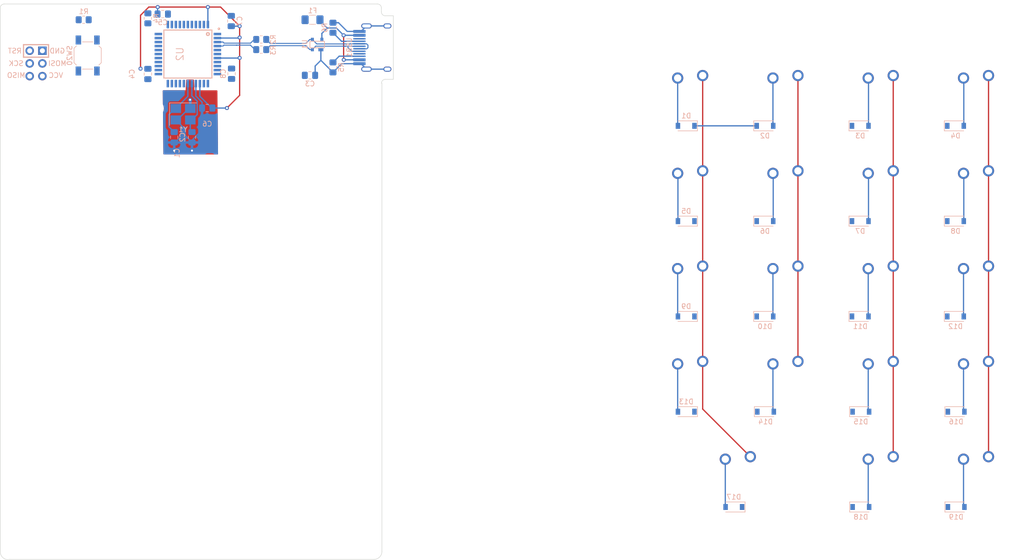
<source format=kicad_pcb>
(kicad_pcb (version 20211014) (generator pcbnew)
  (layers (0 "F.Cu" signal) (31 "B.Cu" signal) (34 "B.Paste" user) (35 "F.Paste" user) (36 "B.SilkS" user "B.Silkscreen") (37 "F.SilkS" user "F.Silkscreen") (38 "B.Mask" user) (39 "F.Mask" user) (44 "Edge.Cuts" user))
  (net 0 "")
  (net 1 "/XTAL1")
  (net 2 "GND")
  (net 3 "/XTAL2")
  (net 4 "+5V")
  (net 5 "Net-(C8-Pad1)")
  (net 6 "row0")
  (net 7 "Net-(D1-Pad2)")
  (net 8 "Net-(D2-Pad2)")
  (net 9 "Net-(D3-Pad2)")
  (net 10 "Net-(D4-Pad2)")
  (net 11 "row1")
  (net 12 "Net-(D5-Pad2)")
  (net 13 "Net-(D6-Pad2)")
  (net 14 "Net-(D7-Pad2)")
  (net 15 "Net-(D8-Pad2)")
  (net 16 "row2")
  (net 17 "Net-(D9-Pad2)")
  (net 18 "Net-(D10-Pad2)")
  (net 19 "Net-(D11-Pad2)")
  (net 20 "Net-(D12-Pad2)")
  (net 21 "row3")
  (net 22 "Net-(D13-Pad2)")
  (net 23 "Net-(D14-Pad2)")
  (net 24 "Net-(D15-Pad2)")
  (net 25 "Net-(D16-Pad2)")
  (net 26 "row4")
  (net 27 "Net-(D17-Pad2)")
  (net 28 "Net-(D18-Pad2)")
  (net 29 "Net-(D19-Pad2)")
  (net 30 "VCC")
  (net 31 "/MISO")
  (net 32 "/SCK")
  (net 33 "/MOSI")
  (net 34 "/Reset")
  (net 35 "/D-")
  (net 36 "/D+")
  (net 37 "Net-(R4-Pad1)")
  (net 38 "Net-(R5-Pad2)")
  (net 39 "Net-(R6-Pad2)")
  (net 40 "col0")
  (net 41 "col1")
  (net 42 "col2")
  (net 43 "col3")
  (net 60 "DN")
  (net 61 "DP")
  (footprint "Alps_Only:ALPS-1U" (layer "F.Cu") (at 211.74075 95.02775)
    (fp_text reference "SW11")
    (fp_text value "#6")
  )
  (footprint "Alps_Only:ALPS-1U" (layer "F.Cu") (at 211.74075 56.92775)
    (fp_text reference "SW3")
    (fp_text value "mult")
  )
  (footprint "Alps_Only:ALPS-1U" (layer "F.Cu") (at 173.64075 95.02775)
    (fp_text reference "SW9")
    (fp_text value "#4")
  )
  (footprint "Alps_Only:ALPS-1U" (layer "F.Cu") (at 230.79075 114.07775)
    (fp_text reference "SW16")
    (fp_text value "ent0")
  )
  (footprint "Alps_Only:ALPS-1U" (layer "F.Cu") (at 173.64075 56.92775)
    (fp_text reference "SW1")
    (fp_text value "num")
  )
  (footprint "Alps_Only:ALPS-1U" (layer "F.Cu") (at 192.69075 75.97775)
    (fp_text reference "SW6")
    (fp_text value "#8")
  )
  (footprint "Alps_Only:ALPS-1U" (layer "F.Cu") (at 230.79075 133.12775)
    (fp_text reference "SW19")
    (fp_text value "ent1")
  )
  (footprint "Alps_Only:ALPS-1U" (layer "F.Cu") (at 192.69075 114.07775)
    (fp_text reference "SW14")
    (fp_text value "#2")
  )
  (footprint "Alps_Only:ALPS-1U" (layer "F.Cu") (at 230.79075 56.92775)
    (fp_text reference "SW4")
    (fp_text value "min")
  )
  (footprint "Alps_Only:ALPS-1U" (layer "F.Cu") (at 192.69075 56.92775)
    (fp_text reference "SW2")
    (fp_text value "div")
  )
  (footprint "Alps_Only:ALPS-1U" (layer "F.Cu") (at 230.79075 75.97775)
    (fp_text reference "SW8")
    (fp_text value "plu0")
  )
  (footprint "Alps_Only:ALPS-1U" (layer "F.Cu") (at 211.74075 114.07775)
    (fp_text reference "SW15")
    (fp_text value "#3")
  )
  (footprint "Alps_Only:ALPS-1U" (layer "F.Cu") (at 211.74075 133.12775)
    (fp_text reference "SW18")
    (fp_text value "kom")
  )
  (footprint "Alps_Only:ALPS-1U" (layer "F.Cu") (at 211.74075 75.97775)
    (fp_text reference "SW7")
    (fp_text value "#9")
  )
  (footprint "Alps_Only:ALPS-1U" (layer "F.Cu") (at 173.64075 114.07775)
    (fp_text reference "SW13")
    (fp_text value "#1")
  )
  (footprint "Alps_Only:ALPS-1U" (layer "F.Cu") (at 173.64075 75.97775)
    (fp_text reference "SW5")
    (fp_text value "#7")
  )
  (footprint "Alps_Only:ALPS-1U" (layer "F.Cu") (at 230.79075 95.02775)
    (fp_text reference "SW12")
    (fp_text value "plu1")
  )
  (footprint "Alps_Only:ALPS-2U" (layer "F.Cu") (at 183.16575 133.12775)
    (fp_text reference "SW17")
    (fp_text value "#0")
  )
  (footprint "Alps_Only:ALPS-1U" (layer "F.Cu") (at 192.69075 95.02775)
    (fp_text reference "SW10")
    (fp_text value "#5")
  )
  (footprint "Crystal:Crystal_SMD_3225-4Pin_3.2x2.5mm_HandSoldering" (layer "B.Cu") (at 72.25425 60.15025)
    (fp_text reference "Y1")
    (fp_text value "XTAL")
  )
  (footprint "Resistor_SMD:R_0805_2012Metric_Pad1.20x1.40mm_HandSolder" (layer "B.Cu") (at 65.22475 40.98925 90)
    (fp_text reference "R4")
    (fp_text value "10k")
  )
  (footprint "Diode_SMD:D_SOD-123" (layer "B.Cu") (at 188.717 119.634)
    (fp_text reference "D14")
    (fp_text value "D")
  )
  (footprint "Resistor_SMD:R_0805_2012Metric_Pad1.20x1.40mm_HandSolder" (layer "B.Cu") (at 87.884 45.212 180)
    (fp_text reference "R2")
    (fp_text value "22")
  )
  (footprint "Fuse:Fuse_1206_3216Metric_Pad1.42x1.75mm_HandSolder" (layer "B.Cu") (at 98.1375 41.275 180)
    (fp_text reference "F1")
    (fp_text value "500mA")
  )
  (footprint "random-keyboard-parts:Reset_Pretty-Mask" (layer "B.Cu") (at 42.8625 50.00625)
    (fp_text reference "J1")
    (fp_text value "AVR-ISP-6")
  )
  (footprint "Resistor_SMD:R_0805_2012Metric_Pad1.20x1.40mm_HandSolder" (layer "B.Cu") (at 87.884 47.244 180)
    (fp_text reference "R3")
    (fp_text value "22")
  )
  (footprint "Capacitor_SMD:C_0805_2012Metric_Pad1.18x1.45mm_HandSolder" (layer "B.Cu") (at 70.485 64.77 -90)
    (fp_text reference "C1")
    (fp_text value "22p")
  )
  (footprint "Diode_SMD:D_SOD-123" (layer "B.Cu") (at 226.695 62.484)
    (fp_text reference "D4")
    (fp_text value "D")
  )
  (footprint "Capacitor_SMD:C_0805_2012Metric_Pad1.18x1.45mm_HandSolder" (layer "B.Cu") (at 97.63125 52.3875)
    (fp_text reference "C3")
    (fp_text value "0.1u")
  )
  (footprint "random-keyboard-parts:SOT143B" (layer "B.Cu") (at 99.06 46.228 90)
    (fp_text reference "U1")
    (fp_text value "PRTR5V0U2X")
  )
  (footprint "Resistor_SMD:R_0805_2012Metric_Pad1.20x1.40mm_HandSolder" (layer "B.Cu") (at 52.3875 41.275 180)
    (fp_text reference "R1")
    (fp_text value "10k")
  )
  (footprint "Capacitor_SMD:C_0805_2012Metric_Pad1.18x1.45mm_HandSolder" (layer "B.Cu") (at 81.8935 41.528 90)
    (fp_text reference "C7")
    (fp_text value "10u")
  )
  (footprint "Diode_SMD:D_SOD-123" (layer "B.Cu") (at 188.595 81.534)
    (fp_text reference "D6")
    (fp_text value "D")
  )
  (footprint "Resistor_SMD:R_0805_2012Metric_Pad1.20x1.40mm_HandSolder" (layer "B.Cu") (at 102.225 42.8625 -90)
    (fp_text reference "R6")
    (fp_text value "5.1k")
  )
  (footprint "Diode_SMD:D_SOD-123" (layer "B.Cu") (at 172.847 100.584 180)
    (fp_text reference "D9")
    (fp_text value "D")
  )
  (footprint "Diode_SMD:D_SOD-123" (layer "B.Cu") (at 172.847 119.634 180)
    (fp_text reference "D13")
    (fp_text value "D")
  )
  (footprint "Diode_SMD:D_SOD-123" (layer "B.Cu") (at 226.695 100.584)
    (fp_text reference "D12")
    (fp_text value "D")
  )
  (footprint "Diode_SMD:D_SOD-123" (layer "B.Cu") (at 226.695 81.534)
    (fp_text reference "D8")
    (fp_text value "D")
  )
  (footprint "Capacitor_SMD:C_0805_2012Metric_Pad1.18x1.45mm_HandSolder" (layer "B.Cu") (at 81.95225 52.06425 -90)
    (fp_text reference "C8")
    (fp_text value "1u")
  )
  (footprint "Diode_SMD:D_SOD-123" (layer "B.Cu") (at 172.847 81.534 180)
    (fp_text reference "D5")
    (fp_text value "D")
  )
  (footprint "Type-C:HRO-TYPE-C-31-M-12-HandSoldering" (layer "B.Cu") (at 115.71 46.83125 -90)
    (fp_text reference "USB1")
    (fp_text value "HRO-TYPE-C-31-M-12")
  )
  (footprint "Diode_SMD:D_SOD-123" (layer "B.Cu") (at 226.822 138.684)
    (fp_text reference "D19")
    (fp_text value "D")
  )
  (footprint "Diode_SMD:D_SOD-123" (layer "B.Cu") (at 207.772 138.684)
    (fp_text reference "D18")
    (fp_text value "D")
  )
  (footprint "Capacitor_SMD:C_0805_2012Metric_Pad1.18x1.45mm_HandSolder" (layer "B.Cu") (at 68.197248 40.13675)
    (fp_text reference "C5")
    (fp_text value "0.1u")
  )
  (footprint "Capacitor_SMD:C_0805_2012Metric_Pad1.18x1.45mm_HandSolder" (layer "B.Cu") (at 74.041 64.77 -90)
    (fp_text reference "C2")
    (fp_text value "22p")
  )
  (footprint "Diode_SMD:D_SOD-123" (layer "B.Cu") (at 226.817 119.634)
    (fp_text reference "D16")
    (fp_text value "D")
  )
  (footprint "Capacitor_SMD:C_0805_2012Metric_Pad1.18x1.45mm_HandSolder" (layer "B.Cu") (at 65.22475 52.119252 -90)
    (fp_text reference "C4")
    (fp_text value "0.1u")
  )
  (footprint "Diode_SMD:D_SOD-123" (layer "B.Cu") (at 207.645 100.584)
    (fp_text reference "D11")
    (fp_text value "D")
  )
  (footprint "Diode_SMD:D_SOD-123" (layer "B.Cu") (at 182.372 138.684 180)
    (fp_text reference "D17")
    (fp_text value "D")
  )
  (footprint "Button_Switch_SMD:SW_SPST_SKQG_WithStem" (layer "B.Cu") (at 53.18125 48.41875 -90)
    (fp_text reference "SW20")
    (fp_text value "SW_Push_Reset")
  )
  (footprint "ATMEGA32U4-AU:QFP80P1200X1200X120-44N" (layer "B.Cu") (at 73.221 48.133 180)
    (fp_text reference "U2")
    (fp_text value "ATMEGA32U4-AU")
  )
  (footprint "Diode_SMD:D_SOD-123" (layer "B.Cu") (at 188.596 62.484)
    (fp_text reference "D2")
    (fp_text value "D")
  )
  (footprint "Diode_SMD:D_SOD-123" (layer "B.Cu") (at 172.847 62.484 180)
    (fp_text reference "D1")
    (fp_text value "D")
  )
  (footprint "Diode_SMD:D_SOD-123" (layer "B.Cu") (at 207.767 119.634)
    (fp_text reference "D15")
    (fp_text value "D")
  )
  (footprint "Capacitor_SMD:C_0805_2012Metric_Pad1.18x1.45mm_HandSolder" (layer "B.Cu") (at 77.089 58.928 180)
    (fp_text reference "C6")
    (fp_text value "0.1u")
  )
  (footprint "Diode_SMD:D_SOD-123" (layer "B.Cu") (at 207.645 62.484)
    (fp_text reference "D3")
    (fp_text value "D")
  )
  (footprint "Diode_SMD:D_SOD-123" (layer "B.Cu") (at 188.595 100.584)
    (fp_text reference "D10")
    (fp_text value "D")
  )
  (footprint "Resistor_SMD:R_0805_2012Metric_Pad1.20x1.40mm_HandSolder" (layer "B.Cu") (at 102.225 50.8 90)
    (fp_text reference "R5")
    (fp_text value "5.1k")
  )
  (footprint "Diode_SMD:D_SOD-123" (layer "B.Cu") (at 207.645 81.534)
    (fp_text reference "D7")
    (fp_text value "D")
  )
  (gr_line (start 111.908516 38.915266) (end 111.908516 39.697734) (layer "Edge.Cuts") (width 0.1))
  (gr_arc (start 112.014 147.574) (mid 111.549035 148.69655) (end 110.4265 149.1615) (layer "Edge.Cuts") (width 0.1))
  (gr_line (start 112.014 147.574) (end 112.014 53.9115) (layer "Edge.Cuts") (width 0.1))
  (gr_line (start 35.708516 38.915266) (end 35.71875 147.6375) (layer "Edge.Cuts") (width 0.1))
  (gr_line (start 114.3 40.48125) (end 114.3 53.18125) (layer "Edge.Cuts") (width 0.1))
  (gr_arc (start 112.702266 40.491484) (mid 112.141 40.259) (end 111.908516 39.697734) (layer "Edge.Cuts") (width 0.1))
  (gr_line (start 36.502266 38.121516) (end 111.114766 38.121516) (layer "Edge.Cuts") (width 0.1))
  (gr_arc (start 37.30625 149.225) (mid 36.183718 148.760032) (end 35.71875 147.6375) (layer "Edge.Cuts") (width 0.1))
  (gr_line (start 112.7125 40.48125) (end 114.3 40.48125) (layer "Edge.Cuts") (width 0.1))
  (gr_arc (start 111.91875 53.975) (mid 112.151234 53.413734) (end 112.7125 53.18125) (layer "Edge.Cuts") (width 0.1))
  (gr_arc (start 35.708516 38.915266) (mid 35.941 38.354) (end 36.502266 38.121516) (layer "Edge.Cuts") (width 0.1))
  (gr_arc (start 111.114766 38.121516) (mid 111.676032 38.354) (end 111.908516 38.915266) (layer "Edge.Cuts") (width 0.1))
  (gr_line (start 37.4015 149.1615) (end 110.4265 149.1615) (layer "Edge.Cuts") (width 0.1))
  (gr_line (start 114.3 53.18125) (end 112.7125 53.18125) (layer "Edge.Cuts") (width 0.1))
  (segment (start 70.66675 59.00025) (end 70.80425 59.00025) (width 0.25) (layer "B.Cu") (net 1))
  (segment (start 70.485 63.7325) (end 69.42925 62.67675) (width 0.25) (layer "B.Cu") (net 1))
  (segment (start 70.80425 59.00025) (end 73.221 56.5835) (width 0.25) (layer "B.Cu") (net 1))
  (segment (start 73.221 56.5835) (end 73.221 54.033) (width 0.25) (layer "B.Cu") (net 1))
  (segment (start 69.42925 60.23775) (end 70.66675 59.00025) (width 0.25) (layer "B.Cu") (net 1))
  (segment (start 69.42925 62.67675) (end 69.42925 60.23775) (width 0.25) (layer "B.Cu") (net 1))
  (via (at 70.485 67.437) (size 0.8) (drill 0.4) (layers "F.Cu" "B.Cu") (net 2))
  (via (at 74.041 67.437) (size 0.8) (drill 0.4) (layers "F.Cu" "B.Cu") (net 2))
  (via (at 73.66 57.277) (size 0.8) (drill 0.4) (layers "F.Cu" "B.Cu") (net 2))
  (segment (start 70.7175 65.8075) (end 72.39 64.135) (width 0.25) (layer "B.Cu") (net 2))
  (segment (start 103.96875 50.05625) (end 102.225 51.8) (width 0.25) (layer "B.Cu") (net 2))
  (segment (start 107.835 43.60625) (end 108.93 42.51125) (width 0.25) (layer "B.Cu") (net 2))
  (segment (start 72.39 62.886) (end 70.80425 61.30025) (width 0.25) (layer "B.Cu") (net 2))
  (segment (start 107.515 43.60625) (end 107.835 43.60625) (width 0.25) (layer "B.Cu") (net 2))
  (segment (start 107.515 50.05625) (end 103.96875 50.05625) (width 0.25) (layer "B.Cu") (net 2))
  (segment (start 73.40425 59.00025) (end 71.10425 61.30025) (width 0.25) (layer "B.Cu") (net 2))
  (segment (start 113.11 42.51125) (end 108.93 42.51125) (width 0.25) (layer "B.Cu") (net 2))
  (segment (start 74.821 56.533) (end 74.821 54.033) (width 0.25) (layer "B.Cu") (net 2))
  (segment (start 76.0515 57.7635) (end 74.821 56.533) (width 0.25) (layer "B.Cu") (net 2))
  (segment (start 73.70425 59.00025) (end 73.40425 59.00025) (width 0.25) (layer "B.Cu") (net 2))
  (segment (start 107.835 50.05625) (end 108.93 51.15125) (width 0.25) (layer "B.Cu") (net 2))
  (segment (start 103.3305 41.8625) (end 102.225 41.8625) (width 0.25) (layer "B.Cu") (net 2))
  (segment (start 76.0515 58.928) (end 76.0515 57.7635) (width 0.25) (layer "B.Cu") (net 2))
  (segment (start 105.07425 43.60625) (end 103.3305 41.8625) (width 0.25) (layer "B.Cu") (net 2))
  (segment (start 70.485 65.8075) (end 70.7175 65.8075) (width 0.25) (layer "B.Cu") (net 2))
  (segment (start 76.0515 63.347673) (end 76.0515 58.928) (width 0.25) (layer "B.Cu") (net 2))
  (segment (start 71.10425 61.30025) (end 70.80425 61.30025) (width 0.25) (layer "B.Cu") (net 2))
  (segment (start 98.66875 50.52625) (end 99.81 49.385) (width 0.25) (layer "B.Cu") (net 2))
  (segment (start 107.515 43.60625) (end 105.07425 43.60625) (width 0.25) (layer "B.Cu") (net 2))
  (segment (start 74.041 65.8075) (end 74.041 65.358173) (width 0.25) (layer "B.Cu") (net 2))
  (segment (start 108.93 51.15125) (end 113.11 51.15125) (width 0.25) (layer "B.Cu") (net 2))
  (segment (start 98.66875 52.3875) (end 98.66875 50.52625) (width 0.25) (layer "B.Cu") (net 2))
  (segment (start 72.39 64.135) (end 72.39 62.886) (width 0.25) (layer "B.Cu") (net 2))
  (segment (start 74.041 65.786) (end 72.39 64.135) (width 0.25) (layer "B.Cu") (net 2))
  (segment (start 102.225 51.8) (end 99.81 49.385) (width 0.25) (layer "B.Cu") (net 2))
  (segment (start 107.515 50.05625) (end 107.835 50.05625) (width 0.25) (layer "B.Cu") (net 2))
  (segment (start 74.041 65.8075) (end 74.041 65.786) (width 0.25) (layer "B.Cu") (net 2))
  (segment (start 74.041 65.358173) (end 76.0515 63.347673) (width 0.25) (layer "B.Cu") (net 2))
  (segment (start 99.81 49.385) (end 99.81 47.228) (width 0.25) (layer "B.Cu") (net 2))
  (segment (start 74.041 63.7325) (end 73.70425 63.39575) (width 0.25) (layer "B.Cu") (net 3))
  (segment (start 74.00425 61.30025) (end 73.70425 61.30025) (width 0.25) (layer "B.Cu") (net 3))
  (segment (start 73.70425 63.39575) (end 73.70425 61.30025) (width 0.25) (layer "B.Cu") (net 3))
  (segment (start 74.021 54.033) (end 74.021 56.495) (width 0.25) (layer "B.Cu") (net 3))
  (segment (start 75.07925 60.22525) (end 74.00425 61.30025) (width 0.25) (layer "B.Cu") (net 3))
  (segment (start 75.07925 57.55325) (end 75.07925 60.22525) (width 0.25) (layer "B.Cu") (net 3))
  (segment (start 74.021 56.495) (end 75.07925 57.55325) (width 0.25) (layer "B.Cu") (net 3))
  (segment (start 83.566 48.895) (end 83.566 42.545) (width 0.25) (layer "F.Cu") (net 4))
  (segment (start 81.026 58.928) (end 83.566 56.388) (width 0.25) (layer "F.Cu") (net 4))
  (segment (start 65.405 38.735) (end 63.754 40.386) (width 0.25) (layer "F.Cu") (net 4))
  (segment (start 83.566 56.388) (end 83.566 48.895) (width 0.25) (layer "F.Cu") (net 4))
  (segment (start 67.183 38.735) (end 65.405 38.735) (width 0.25) (layer "F.Cu") (net 4))
  (segment (start 83.566 42.545) (end 79.756 38.735) (width 0.25) (layer "F.Cu") (net 4))
  (segment (start 79.756 38.735) (end 67.183 38.735) (width 0.25) (layer "F.Cu") (net 4))
  (segment (start 63.754 40.386) (end 63.754 51.054) (width 0.25) (layer "F.Cu") (net 4))
  (via (at 81.026 58.928) (size 0.8) (drill 0.4) (layers "F.Cu" "B.Cu") (net 4))
  (via (at 77.216 38.735) (size 0.8) (drill 0.4) (layers "F.Cu" "B.Cu") (net 4))
  (via (at 67.183 38.735) (size 0.8) (drill 0.4) (layers "F.Cu" "B.Cu") (net 4))
  (via (at 63.754 51.054) (size 0.8) (drill 0.4) (layers "F.Cu" "B.Cu") (net 4))
  (via (at 83.566 42.545) (size 0.8) (drill 0.4) (layers "F.Cu" "B.Cu") (net 4))
  (via (at 83.566 48.895) (size 0.8) (drill 0.4) (layers "F.Cu" "B.Cu") (net 4))
  (via (at 83.566 44.831) (size 0.8) (drill 0.4) (layers "F.Cu" "B.Cu") (net 4))
  (segment (start 67.159748 40.13675) (end 67.159748 38.758252) (width 0.25) (layer "B.Cu") (net 4))
  (segment (start 67.159748 38.758252) (end 67.183 38.735) (width 0.25) (layer "B.Cu") (net 4))
  (segment (start 81.8935 42.5655) (end 83.5455 42.5655) (width 0.25) (layer "B.Cu") (net 4))
  (segment (start 83.464 44.933) (end 83.566 44.831) (width 0.25) (layer "B.Cu") (net 4))
  (segment (start 79.121 48.933) (end 83.528 48.933) (width 0.25) (layer "B.Cu") (net 4))
  (segment (start 75.621 56.571) (end 75.621 54.033) (width 0.25) (layer "B.Cu") (net 4))
  (segment (start 79.121 44.933) (end 83.464 44.933) (width 0.25) (layer "B.Cu") (net 4))
  (segment (start 77.221 42.233) (end 77.221 38.74) (width 0.25) (layer "B.Cu") (net 4))
  (segment (start 77.978 58.928) (end 75.621 56.571) (width 0.25) (layer "B.Cu") (net 4))
  (segment (start 78.1265 58.928) (end 77.978 58.928) (width 0.25) (layer "B.Cu") (net 4))
  (segment (start 78.1265 58.928) (end 81.026 58.928) (width 0.25) (layer "B.Cu") (net 4))
  (segment (start 77.221 38.74) (end 77.216 38.735) (width 0.25) (layer "B.Cu") (net 4))
  (segment (start 83.5455 42.5655) (end 83.566 42.545) (width 0.25) (layer "B.Cu") (net 4))
  (segment (start 83.528 48.933) (end 83.566 48.895) (width 0.25) (layer "B.Cu") (net 4))
  (segment (start 174.497 62.484) (end 186.946 62.484) (width 0.25) (layer "B.Cu") (net 6))
  (segment (start 171.14075 52.92775) (end 171.14075 62.4605) (width 0.25) (layer "B.Cu") (net 7))
  (segment (start 171.14075 62.4605) (end 171.196 62.51575) (width 0.25) (layer "B.Cu") (net 7))
  (segment (start 190.19075 52.92775) (end 190.19075 62.4605) (width 0.25) (layer "B.Cu") (net 8))
  (segment (start 190.19075 62.4605) (end 190.246 62.51575) (width 0.25) (layer "B.Cu") (net 8))
  (segment (start 209.296 52.92775) (end 209.296 62.4605) (width 0.25) (layer "B.Cu") (net 9))
  (segment (start 228.346 62.4605) (end 228.40125 62.51575) (width 0.25) (layer "B.Cu") (net 10))
  (segment (start 228.346 52.92775) (end 228.346 62.4605) (width 0.25) (layer "B.Cu") (net 10))
  (segment (start 171.196 81.5105) (end 171.25125 81.56575) (width 0.25) (layer "B.Cu") (net 12))
  (segment (start 171.196 71.97775) (end 171.196 81.5105) (width 0.25) (layer "B.Cu") (net 12))
  (segment (start 190.246 71.97775) (end 190.246 81.5105) (width 0.25) (layer "B.Cu") (net 13))
  (segment (start 190.246 81.5105) (end 190.30125 81.56575) (width 0.25) (layer "B.Cu") (net 13))
  (segment (start 209.296 71.97775) (end 209.296 81.5105) (width 0.25) (layer "B.Cu") (net 14))
  (segment (start 228.346 71.97775) (end 228.346 81.5105) (width 0.25) (layer "B.Cu") (net 15))
  (segment (start 228.346 81.5105) (end 228.40125 81.56575) (width 0.25) (layer "B.Cu") (net 15))
  (segment (start 171.14075 91.02775) (end 171.14075 100.52775) (width 0.25) (layer "B.Cu") (net 17))
  (segment (start 171.14075 100.52775) (end 171.197 100.584) (width 0.25) (layer "B.Cu") (net 17))
  (segment (start 190.19075 100.52975) (end 190.245 100.584) (width 0.25) (layer "B.Cu") (net 18))
  (segment (start 190.19075 91.02775) (end 190.19075 100.52975) (width 0.25) (layer "B.Cu") (net 18))
  (segment (start 209.24075 91.02775) (end 209.24075 100.52975) (width 0.25) (layer "B.Cu") (net 19))
  (segment (start 228.29075 91.02775) (end 228.29075 100.52975) (width 0.25) (layer "B.Cu") (net 20))
  (segment (start 228.29075 100.52975) (end 228.345 100.584) (width 0.25) (layer "B.Cu") (net 20))
  (segment (start 171.14075 119.57775) (end 171.197 119.634) (width 0.25) (layer "B.Cu") (net 22))
  (segment (start 171.14075 110.07775) (end 171.14075 119.57775) (width 0.25) (layer "B.Cu") (net 22))
  (segment (start 190.19075 110.07775) (end 190.19075 119.45775) (width 0.25) (layer "B.Cu") (net 23))
  (segment (start 190.19075 119.45775) (end 190.367 119.634) (width 0.25) (layer "B.Cu") (net 23))
  (segment (start 209.24075 110.07775) (end 209.24075 119.45775) (width 0.25) (layer "B.Cu") (net 24))
  (segment (start 228.29075 119.45775) (end 228.467 119.634) (width 0.25) (layer "B.Cu") (net 25))
  (segment (start 228.29075 110.07775) (end 228.29075 119.45775) (width 0.25) (layer "B.Cu") (net 25))
  (segment (start 180.66575 129.12775) (end 180.66575 138.62775) (width 0.25) (layer "B.Cu") (net 27))
  (segment (start 180.66575 138.62775) (end 180.722 138.684) (width 0.25) (layer "B.Cu") (net 27))
  (segment (start 209.24075 129.12775) (end 209.24075 138.50275) (width 0.25) (layer "B.Cu") (net 28))
  (segment (start 228.29075 129.12775) (end 228.29075 138.50275) (width 0.25) (layer "B.Cu") (net 29))
  (segment (start 228.29075 138.50275) (end 228.472 138.684) (width 0.25) (layer "B.Cu") (net 29))
  (segment (start 104.356923 49.249423) (end 104.38875 49.28125) (width 0.25) (layer "F.Cu") (net 30))
  (segment (start 104.356923 44.38125) (end 104.356923 49.249423) (width 0.25) (layer "F.Cu") (net 30))
  (via (at 104.356923 44.38125) (size 0.8) (drill 0.4) (layers "F.Cu" "B.Cu") (net 30))
  (via (at 104.38875 49.28125) (size 0.8) (drill 0.4) (layers "F.Cu" "B.Cu") (net 30))
  (segment (start 99.625 41.275) (end 99.625 41.459) (width 0.25) (layer "B.Cu") (net 30))
  (segment (start 99.625 41.459) (end 101.092 42.926) (width 0.25) (layer "B.Cu") (net 30))
  (segment (start 106.17725 49.28125) (end 104.38875 49.28125) (width 0.25) (layer "B.Cu") (net 30))
  (segment (start 101.092 42.926) (end 100.01 44.008) (width 0.25) (layer "B.Cu") (net 30))
  (segment (start 107.515 49.28125) (end 106.17725 49.28125) (width 0.25) (layer "B.Cu") (net 30))
  (segment (start 102.901673 42.926) (end 101.092 42.926) (width 0.25) (layer "B.Cu") (net 30))
  (segment (start 107.515 44.38125) (end 104.356923 44.38125) (width 0.25) (layer "B.Cu") (net 30))
  (segment (start 104.356923 44.38125) (end 102.901673 42.926) (width 0.25) (layer "B.Cu") (net 30))
  (segment (start 100.01 44.008) (end 100.01 45.228) (width 0.25) (layer "B.Cu") (net 30))
  (segment (start 104.374529 49.28125) (end 104.358711 49.265432) (width 0.25) (layer "B.Cu") (net 30))
  (segment (start 104.38875 49.28125) (end 104.374529 49.28125) (width 0.25) (layer "B.Cu") (net 30))
  (segment (start 80.468001 45.955) (end 80.246001 45.733) (width 0.2) (layer "B.Cu") (net 35))
  (segment (start 86.884 45.212) (end 86.487 45.212) (width 0.2) (layer "B.Cu") (net 35))
  (segment (start 86.487 45.212) (end 85.744 45.955) (width 0.2) (layer "B.Cu") (net 35))
  (segment (start 80.246001 45.733) (end 79.121 45.733) (width 0.2) (layer "B.Cu") (net 35))
  (segment (start 85.744 45.955) (end 80.468001 45.955) (width 0.2) (layer "B.Cu") (net 35))
  (segment (start 80.421001 46.358) (end 82.928 46.358) (width 0.2) (layer "B.Cu") (net 36))
  (segment (start 86.884 47.244) (end 86.614 47.244) (width 0.2) (layer "B.Cu") (net 36))
  (segment (start 80.246001 46.533) (end 80.421001 46.358) (width 0.2) (layer "B.Cu") (net 36))
  (segment (start 79.121 46.533) (end 80.246001 46.533) (width 0.2) (layer "B.Cu") (net 36))
  (segment (start 86.614 47.244) (end 85.725 46.355) (width 0.2) (layer "B.Cu") (net 36))
  (segment (start 82.928 46.358) (end 83.04525 46.358) (width 0.2) (layer "B.Cu") (net 36))
  (segment (start 85.725 46.355) (end 82.931 46.355) (width 0.2) (layer "B.Cu") (net 36))
  (segment (start 82.931 46.355) (end 82.928 46.358) (width 0.2) (layer "B.Cu") (net 36))
  (segment (start 107.49 48.55625) (end 103.46875 48.55625) (width 0.25) (layer "B.Cu") (net 38))
  (segment (start 103.46875 48.55625) (end 102.225 49.8) (width 0.25) (layer "B.Cu") (net 38))
  (segment (start 107.515 48.58125) (end 107.49 48.55625) (width 0.25) (layer "B.Cu") (net 38))
  (segment (start 107.515 45.58125) (end 103.94375 45.58125) (width 0.25) (layer "B.Cu") (net 39))
  (segment (start 103.94375 45.58125) (end 102.225 43.8625) (width 0.25) (layer "B.Cu") (net 39))
  (segment (start 176.14075 119.10275) (end 185.66575 128.62775) (width 0.25) (layer "F.Cu") (net 40))
  (segment (start 176.14075 109.57775) (end 176.14075 119.10275) (width 0.25) (layer "F.Cu") (net 40))
  (segment (start 176.14075 90.52775) (end 176.14075 109.57775) (width 0.25) (layer "F.Cu") (net 40))
  (segment (start 176.14075 71.47775) (end 176.14075 90.52775) (width 0.25) (layer "F.Cu") (net 40))
  (segment (start 176.14075 71.47775) (end 176.14075 52.42775) (width 0.25) (layer "F.Cu") (net 40))
  (segment (start 195.19075 90.52775) (end 195.19075 109.57775) (width 0.25) (layer "F.Cu") (net 41))
  (segment (start 195.19075 71.47775) (end 195.19075 90.52775) (width 0.25) (layer "F.Cu") (net 41))
  (segment (start 195.19075 52.42775) (end 195.19075 71.47775) (width 0.25) (layer "F.Cu") (net 41))
  (segment (start 214.24075 109.57775) (end 214.24075 90.52775) (width 0.25) (layer "F.Cu") (net 42))
  (segment (start 214.24075 128.62775) (end 214.24075 109.57775) (width 0.25) (layer "F.Cu") (net 42))
  (segment (start 214.24075 52.42775) (end 214.24075 71.47775) (width 0.25) (layer "F.Cu") (net 42))
  (segment (start 214.24075 71.47775) (end 214.24075 90.52775) (width 0.25) (layer "F.Cu") (net 42))
  (segment (start 233.29075 90.52775) (end 233.29075 109.57775) (width 0.25) (layer "F.Cu") (net 43))
  (segment (start 233.29075 71.47775) (end 233.29075 90.52775) (width 0.25) (layer "F.Cu") (net 43))
  (segment (start 233.29075 52.42775) (end 233.29075 71.47775) (width 0.25) (layer "F.Cu") (net 43))
  (segment (start 233.29075 109.57775) (end 233.29075 128.62775) (width 0.25) (layer "F.Cu") (net 43))
  (segment (start 107.515 46.08125) (end 105.677499 46.08125) (width 0.2) (layer "B.Cu") (net 60))
  (segment (start 109.22 46.355) (end 109.22 46.85125) (width 0.2) (layer "B.Cu") (net 60))
  (segment (start 98.11 45.228) (end 97.584999 45.228) (width 0.2) (layer "B.Cu") (net 60))
  (segment (start 96.809999 46.003) (end 89.675 46.003) (width 0.2) (layer "B.Cu") (net 60))
  (segment (start 107.515 46.08125) (end 108.94625 46.08125) (width 0.2) (layer "B.Cu") (net 60))
  (segment (start 98.11 45.278) (end 98.11 45.228) (width 0.2) (layer "B.Cu") (net 60))
  (segment (start 105.652499 46.10625) (end 98.98825 46.10625) (width 0.2) (layer "B.Cu") (net 60))
  (segment (start 89.675 46.003) (end 88.884 45.212) (width 0.2) (layer "B.Cu") (net 60))
  (segment (start 109.22 46.85125) (end 108.99 47.08125) (width 0.2) (layer "B.Cu") (net 60))
  (segment (start 108.94625 46.08125) (end 109.22 46.355) (width 0.2) (layer "B.Cu") (net 60))
  (segment (start 97.584999 45.228) (end 96.809999 46.003) (width 0.2) (layer "B.Cu") (net 60))
  (segment (start 105.677499 46.08125) (end 105.652499 46.10625) (width 0.2) (layer "B.Cu") (net 60))
  (segment (start 108.99 47.08125) (end 107.515 47.08125) (width 0.2) (layer "B.Cu") (net 60))
  (segment (start 98.98825 46.10625) (end 98.11 45.228) (width 0.2) (layer "B.Cu") (net 60))
  (segment (start 98.78175 46.55625) (end 98.11 47.228) (width 0.2) (layer "B.Cu") (net 61))
  (segment (start 104.46825 46.55625) (end 98.78175 46.55625) (width 0.2) (layer "B.Cu") (net 61))
  (segment (start 104.97625 46.55625) (end 104.46825 46.55625) (width 0.2) (layer "B.Cu") (net 61))
  (segment (start 98.11 47.228) (end 97.584999 47.228) (width 0.2) (layer "B.Cu") (net 61))
  (segment (start 105.652499 46.55625) (end 104.46825 46.55625) (width 0.2) (layer "B.Cu") (net 61))
  (segment (start 107.515 46.58125) (end 105.677499 46.58125) (width 0.2) (layer "B.Cu") (net 61))
  (segment (start 107.515 47.58125) (end 107.47125 47.625) (width 0.2) (layer "B.Cu") (net 61))
  (segment (start 105.677499 46.58125) (end 105.652499 46.55625) (width 0.2) (layer "B.Cu") (net 61))
  (segment (start 96.809999 46.453) (end 89.675 46.453) (width 0.2) (layer "B.Cu") (net 61))
  (segment (start 97.584999 47.228) (end 96.809999 46.453) (width 0.2) (layer "B.Cu") (net 61))
  (segment (start 107.515 47.58125) (end 106.00125 47.58125) (width 0.2) (layer "B.Cu") (net 61))
  (segment (start 89.675 46.453) (end 88.884 47.244) (width 0.2) (layer "B.Cu") (net 61))
  (segment (start 106.00125 47.58125) (end 104.97625 46.55625) (width 0.2) (layer "B.Cu") (net 61))
  (zone (net 2) (net_name "GND") (layer "F.Cu") (connect_pads (clearance 0.508)) (min_thickness 0.254) (fill yes (thermal_gap 0.508) (thermal_bridge_width 0.508))
    (polygon (pts (xy 79.249259 68.20968) (xy 68.324454 68.20692) (xy 68.197744 55.375568) (xy 72.770185 55.371952) (xy 72.898 53.213) (xy 74.421123 53.213573) (xy 74.547309 55.372621) (xy 79.122549 55.379679)))
  )
  (zone (net 2) (net_name "GND") (layer "B.Cu") (connect_pads (clearance 0.508)) (min_thickness 0.254) (fill yes (thermal_gap 0.508) (thermal_bridge_width 0.508))
    (polygon (pts (xy 79.250516 68.20176) (xy 68.325711 68.199) (xy 68.199 55.372) (xy 79.123805 55.376111)))
  )
)
</source>
